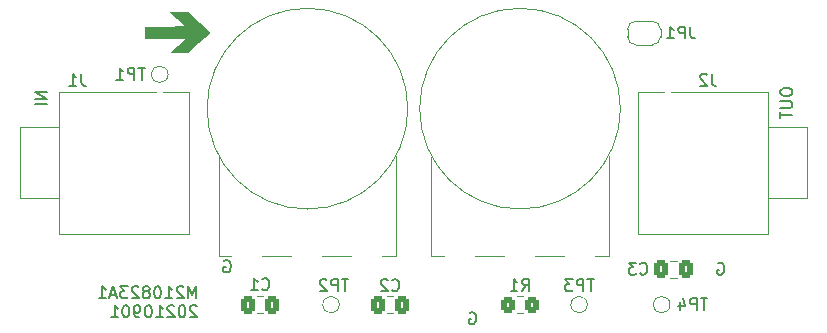
<source format=gbo>
%TF.GenerationSoftware,KiCad,Pcbnew,(5.99.0-12157-g5a28a06597)*%
%TF.CreationDate,2021-09-01T12:46:34+08:00*%
%TF.ProjectId,CW-PHONE-BAND-PASS,43572d50-484f-44e4-952d-42414e442d50,rev?*%
%TF.SameCoordinates,PX5a995c0PY6422c40*%
%TF.FileFunction,Legend,Bot*%
%TF.FilePolarity,Positive*%
%FSLAX46Y46*%
G04 Gerber Fmt 4.6, Leading zero omitted, Abs format (unit mm)*
G04 Created by KiCad (PCBNEW (5.99.0-12157-g5a28a06597)) date 2021-09-01 12:46:34*
%MOMM*%
%LPD*%
G01*
G04 APERTURE LIST*
G04 Aperture macros list*
%AMRoundRect*
0 Rectangle with rounded corners*
0 $1 Rounding radius*
0 $2 $3 $4 $5 $6 $7 $8 $9 X,Y pos of 4 corners*
0 Add a 4 corners polygon primitive as box body*
4,1,4,$2,$3,$4,$5,$6,$7,$8,$9,$2,$3,0*
0 Add four circle primitives for the rounded corners*
1,1,$1+$1,$2,$3*
1,1,$1+$1,$4,$5*
1,1,$1+$1,$6,$7*
1,1,$1+$1,$8,$9*
0 Add four rect primitives between the rounded corners*
20,1,$1+$1,$2,$3,$4,$5,0*
20,1,$1+$1,$4,$5,$6,$7,0*
20,1,$1+$1,$6,$7,$8,$9,0*
20,1,$1+$1,$8,$9,$2,$3,0*%
%AMFreePoly0*
4,1,22,0.500000,-0.750000,0.000000,-0.750000,0.000000,-0.745033,-0.079941,-0.743568,-0.215256,-0.701293,-0.333266,-0.622738,-0.424486,-0.514219,-0.481581,-0.384460,-0.499164,-0.250000,-0.500000,-0.250000,-0.500000,0.250000,-0.499164,0.250000,-0.499963,0.256109,-0.478152,0.396186,-0.417904,0.524511,-0.324060,0.630769,-0.204165,0.706417,-0.067858,0.745374,0.000000,0.744959,0.000000,0.750000,
0.500000,0.750000,0.500000,-0.750000,0.500000,-0.750000,$1*%
%AMFreePoly1*
4,1,20,0.000000,0.744959,0.073905,0.744508,0.209726,0.703889,0.328688,0.626782,0.421226,0.519385,0.479903,0.390333,0.500000,0.250000,0.500000,-0.250000,0.499851,-0.262216,0.476331,-0.402017,0.414519,-0.529596,0.319384,-0.634700,0.198574,-0.708877,0.061801,-0.746166,0.000000,-0.745033,0.000000,-0.750000,-0.500000,-0.750000,-0.500000,0.750000,0.000000,0.750000,0.000000,0.744959,
0.000000,0.744959,$1*%
G04 Aperture macros list end*
%ADD10C,0.150000*%
%ADD11C,0.120000*%
%ADD12C,2.700000*%
%ADD13C,2.500000*%
%ADD14RoundRect,0.250000X0.337500X0.475000X-0.337500X0.475000X-0.337500X-0.475000X0.337500X-0.475000X0*%
%ADD15O,2.200000X2.000000*%
%ADD16C,2.200000*%
%ADD17C,1.000000*%
%ADD18RoundRect,0.250000X-0.337500X-0.475000X0.337500X-0.475000X0.337500X0.475000X-0.337500X0.475000X0*%
%ADD19RoundRect,0.250000X0.350000X0.450000X-0.350000X0.450000X-0.350000X-0.450000X0.350000X-0.450000X0*%
%ADD20FreePoly0,0.000000*%
%ADD21FreePoly1,0.000000*%
G04 APERTURE END LIST*
D10*
X19595238Y7547620D02*
X19595238Y8547620D01*
X19261904Y7833334D01*
X18928571Y8547620D01*
X18928571Y7547620D01*
X18500000Y8452381D02*
X18452380Y8500000D01*
X18357142Y8547620D01*
X18119047Y8547620D01*
X18023809Y8500000D01*
X17976190Y8452381D01*
X17928571Y8357143D01*
X17928571Y8261905D01*
X17976190Y8119048D01*
X18547619Y7547620D01*
X17928571Y7547620D01*
X16976190Y7547620D02*
X17547619Y7547620D01*
X17261904Y7547620D02*
X17261904Y8547620D01*
X17357142Y8404762D01*
X17452380Y8309524D01*
X17547619Y8261905D01*
X16357142Y8547620D02*
X16261904Y8547620D01*
X16166666Y8500000D01*
X16119047Y8452381D01*
X16071428Y8357143D01*
X16023809Y8166667D01*
X16023809Y7928572D01*
X16071428Y7738096D01*
X16119047Y7642858D01*
X16166666Y7595239D01*
X16261904Y7547620D01*
X16357142Y7547620D01*
X16452380Y7595239D01*
X16500000Y7642858D01*
X16547619Y7738096D01*
X16595238Y7928572D01*
X16595238Y8166667D01*
X16547619Y8357143D01*
X16500000Y8452381D01*
X16452380Y8500000D01*
X16357142Y8547620D01*
X15452380Y8119048D02*
X15547619Y8166667D01*
X15595238Y8214286D01*
X15642857Y8309524D01*
X15642857Y8357143D01*
X15595238Y8452381D01*
X15547619Y8500000D01*
X15452380Y8547620D01*
X15261904Y8547620D01*
X15166666Y8500000D01*
X15119047Y8452381D01*
X15071428Y8357143D01*
X15071428Y8309524D01*
X15119047Y8214286D01*
X15166666Y8166667D01*
X15261904Y8119048D01*
X15452380Y8119048D01*
X15547619Y8071429D01*
X15595238Y8023810D01*
X15642857Y7928572D01*
X15642857Y7738096D01*
X15595238Y7642858D01*
X15547619Y7595239D01*
X15452380Y7547620D01*
X15261904Y7547620D01*
X15166666Y7595239D01*
X15119047Y7642858D01*
X15071428Y7738096D01*
X15071428Y7928572D01*
X15119047Y8023810D01*
X15166666Y8071429D01*
X15261904Y8119048D01*
X14690476Y8452381D02*
X14642857Y8500000D01*
X14547619Y8547620D01*
X14309523Y8547620D01*
X14214285Y8500000D01*
X14166666Y8452381D01*
X14119047Y8357143D01*
X14119047Y8261905D01*
X14166666Y8119048D01*
X14738095Y7547620D01*
X14119047Y7547620D01*
X13785714Y8547620D02*
X13166666Y8547620D01*
X13500000Y8166667D01*
X13357142Y8166667D01*
X13261904Y8119048D01*
X13214285Y8071429D01*
X13166666Y7976191D01*
X13166666Y7738096D01*
X13214285Y7642858D01*
X13261904Y7595239D01*
X13357142Y7547620D01*
X13642857Y7547620D01*
X13738095Y7595239D01*
X13785714Y7642858D01*
X12785714Y7833334D02*
X12309523Y7833334D01*
X12880952Y7547620D02*
X12547619Y8547620D01*
X12214285Y7547620D01*
X11357142Y7547620D02*
X11928571Y7547620D01*
X11642857Y7547620D02*
X11642857Y8547620D01*
X11738095Y8404762D01*
X11833333Y8309524D01*
X11928571Y8261905D01*
X21938095Y10700000D02*
X22033333Y10747620D01*
X22176190Y10747620D01*
X22319047Y10700000D01*
X22414285Y10604762D01*
X22461904Y10509524D01*
X22509523Y10319048D01*
X22509523Y10176191D01*
X22461904Y9985715D01*
X22414285Y9890477D01*
X22319047Y9795239D01*
X22176190Y9747620D01*
X22080952Y9747620D01*
X21938095Y9795239D01*
X21890476Y9842858D01*
X21890476Y10176191D01*
X22080952Y10176191D01*
X69052380Y25100000D02*
X69052380Y24909524D01*
X69100000Y24814286D01*
X69195238Y24719048D01*
X69385714Y24671429D01*
X69719047Y24671429D01*
X69909523Y24719048D01*
X70004761Y24814286D01*
X70052380Y24909524D01*
X70052380Y25100000D01*
X70004761Y25195239D01*
X69909523Y25290477D01*
X69719047Y25338096D01*
X69385714Y25338096D01*
X69195238Y25290477D01*
X69100000Y25195239D01*
X69052380Y25100000D01*
X69052380Y24242858D02*
X69861904Y24242858D01*
X69957142Y24195239D01*
X70004761Y24147620D01*
X70052380Y24052381D01*
X70052380Y23861905D01*
X70004761Y23766667D01*
X69957142Y23719048D01*
X69861904Y23671429D01*
X69052380Y23671429D01*
X69052380Y23338096D02*
X69052380Y22766667D01*
X70052380Y23052381D02*
X69052380Y23052381D01*
X5947619Y23976191D02*
X6947619Y23976191D01*
X5947619Y24452381D02*
X6947619Y24452381D01*
X5947619Y25023810D01*
X6947619Y25023810D01*
X42738095Y6300000D02*
X42833333Y6347620D01*
X42976190Y6347620D01*
X43119047Y6300000D01*
X43214285Y6204762D01*
X43261904Y6109524D01*
X43309523Y5919048D01*
X43309523Y5776191D01*
X43261904Y5585715D01*
X43214285Y5490477D01*
X43119047Y5395239D01*
X42976190Y5347620D01*
X42880952Y5347620D01*
X42738095Y5395239D01*
X42690476Y5442858D01*
X42690476Y5776191D01*
X42880952Y5776191D01*
X19619047Y6852381D02*
X19571428Y6900000D01*
X19476190Y6947620D01*
X19238095Y6947620D01*
X19142857Y6900000D01*
X19095238Y6852381D01*
X19047619Y6757143D01*
X19047619Y6661905D01*
X19095238Y6519048D01*
X19666666Y5947620D01*
X19047619Y5947620D01*
X18428571Y6947620D02*
X18333333Y6947620D01*
X18238095Y6900000D01*
X18190476Y6852381D01*
X18142857Y6757143D01*
X18095238Y6566667D01*
X18095238Y6328572D01*
X18142857Y6138096D01*
X18190476Y6042858D01*
X18238095Y5995239D01*
X18333333Y5947620D01*
X18428571Y5947620D01*
X18523809Y5995239D01*
X18571428Y6042858D01*
X18619047Y6138096D01*
X18666666Y6328572D01*
X18666666Y6566667D01*
X18619047Y6757143D01*
X18571428Y6852381D01*
X18523809Y6900000D01*
X18428571Y6947620D01*
X17714285Y6852381D02*
X17666666Y6900000D01*
X17571428Y6947620D01*
X17333333Y6947620D01*
X17238095Y6900000D01*
X17190476Y6852381D01*
X17142857Y6757143D01*
X17142857Y6661905D01*
X17190476Y6519048D01*
X17761904Y5947620D01*
X17142857Y5947620D01*
X16190476Y5947620D02*
X16761904Y5947620D01*
X16476190Y5947620D02*
X16476190Y6947620D01*
X16571428Y6804762D01*
X16666666Y6709524D01*
X16761904Y6661905D01*
X15571428Y6947620D02*
X15476190Y6947620D01*
X15380952Y6900000D01*
X15333333Y6852381D01*
X15285714Y6757143D01*
X15238095Y6566667D01*
X15238095Y6328572D01*
X15285714Y6138096D01*
X15333333Y6042858D01*
X15380952Y5995239D01*
X15476190Y5947620D01*
X15571428Y5947620D01*
X15666666Y5995239D01*
X15714285Y6042858D01*
X15761904Y6138096D01*
X15809523Y6328572D01*
X15809523Y6566667D01*
X15761904Y6757143D01*
X15714285Y6852381D01*
X15666666Y6900000D01*
X15571428Y6947620D01*
X14761904Y5947620D02*
X14571428Y5947620D01*
X14476190Y5995239D01*
X14428571Y6042858D01*
X14333333Y6185715D01*
X14285714Y6376191D01*
X14285714Y6757143D01*
X14333333Y6852381D01*
X14380952Y6900000D01*
X14476190Y6947620D01*
X14666666Y6947620D01*
X14761904Y6900000D01*
X14809523Y6852381D01*
X14857142Y6757143D01*
X14857142Y6519048D01*
X14809523Y6423810D01*
X14761904Y6376191D01*
X14666666Y6328572D01*
X14476190Y6328572D01*
X14380952Y6376191D01*
X14333333Y6423810D01*
X14285714Y6519048D01*
X13666666Y6947620D02*
X13571428Y6947620D01*
X13476190Y6900000D01*
X13428571Y6852381D01*
X13380952Y6757143D01*
X13333333Y6566667D01*
X13333333Y6328572D01*
X13380952Y6138096D01*
X13428571Y6042858D01*
X13476190Y5995239D01*
X13571428Y5947620D01*
X13666666Y5947620D01*
X13761904Y5995239D01*
X13809523Y6042858D01*
X13857142Y6138096D01*
X13904761Y6328572D01*
X13904761Y6566667D01*
X13857142Y6757143D01*
X13809523Y6852381D01*
X13761904Y6900000D01*
X13666666Y6947620D01*
X12380952Y5947620D02*
X12952380Y5947620D01*
X12666666Y5947620D02*
X12666666Y6947620D01*
X12761904Y6804762D01*
X12857142Y6709524D01*
X12952380Y6661905D01*
X63738095Y10500000D02*
X63833333Y10547620D01*
X63976190Y10547620D01*
X64119047Y10500000D01*
X64214285Y10404762D01*
X64261904Y10309524D01*
X64309523Y10119048D01*
X64309523Y9976191D01*
X64261904Y9785715D01*
X64214285Y9690477D01*
X64119047Y9595239D01*
X63976190Y9547620D01*
X63880952Y9547620D01*
X63738095Y9595239D01*
X63690476Y9642858D01*
X63690476Y9976191D01*
X63880952Y9976191D01*
%TO.C,C1*%
X25166666Y8322858D02*
X25214285Y8275239D01*
X25357142Y8227620D01*
X25452380Y8227620D01*
X25595238Y8275239D01*
X25690476Y8370477D01*
X25738095Y8465715D01*
X25785714Y8656191D01*
X25785714Y8799048D01*
X25738095Y8989524D01*
X25690476Y9084762D01*
X25595238Y9180000D01*
X25452380Y9227620D01*
X25357142Y9227620D01*
X25214285Y9180000D01*
X25166666Y9132381D01*
X24214285Y8227620D02*
X24785714Y8227620D01*
X24500000Y8227620D02*
X24500000Y9227620D01*
X24595238Y9084762D01*
X24690476Y8989524D01*
X24785714Y8941905D01*
%TO.C,J1*%
X9833333Y26547620D02*
X9833333Y25833334D01*
X9880952Y25690477D01*
X9976190Y25595239D01*
X10119047Y25547620D01*
X10214285Y25547620D01*
X8833333Y25547620D02*
X9404761Y25547620D01*
X9119047Y25547620D02*
X9119047Y26547620D01*
X9214285Y26404762D01*
X9309523Y26309524D01*
X9404761Y26261905D01*
%TO.C,TP3*%
X53261904Y9147620D02*
X52690476Y9147620D01*
X52976190Y8147620D02*
X52976190Y9147620D01*
X52357142Y8147620D02*
X52357142Y9147620D01*
X51976190Y9147620D01*
X51880952Y9100000D01*
X51833333Y9052381D01*
X51785714Y8957143D01*
X51785714Y8814286D01*
X51833333Y8719048D01*
X51880952Y8671429D01*
X51976190Y8623810D01*
X52357142Y8623810D01*
X51452380Y9147620D02*
X50833333Y9147620D01*
X51166666Y8766667D01*
X51023809Y8766667D01*
X50928571Y8719048D01*
X50880952Y8671429D01*
X50833333Y8576191D01*
X50833333Y8338096D01*
X50880952Y8242858D01*
X50928571Y8195239D01*
X51023809Y8147620D01*
X51309523Y8147620D01*
X51404761Y8195239D01*
X51452380Y8242858D01*
%TO.C,C2*%
X36166666Y8242858D02*
X36214285Y8195239D01*
X36357142Y8147620D01*
X36452380Y8147620D01*
X36595238Y8195239D01*
X36690476Y8290477D01*
X36738095Y8385715D01*
X36785714Y8576191D01*
X36785714Y8719048D01*
X36738095Y8909524D01*
X36690476Y9004762D01*
X36595238Y9100000D01*
X36452380Y9147620D01*
X36357142Y9147620D01*
X36214285Y9100000D01*
X36166666Y9052381D01*
X35785714Y9052381D02*
X35738095Y9100000D01*
X35642857Y9147620D01*
X35404761Y9147620D01*
X35309523Y9100000D01*
X35261904Y9052381D01*
X35214285Y8957143D01*
X35214285Y8861905D01*
X35261904Y8719048D01*
X35833333Y8147620D01*
X35214285Y8147620D01*
%TO.C,TP1*%
X15261904Y27047620D02*
X14690476Y27047620D01*
X14976190Y26047620D02*
X14976190Y27047620D01*
X14357142Y26047620D02*
X14357142Y27047620D01*
X13976190Y27047620D01*
X13880952Y27000000D01*
X13833333Y26952381D01*
X13785714Y26857143D01*
X13785714Y26714286D01*
X13833333Y26619048D01*
X13880952Y26571429D01*
X13976190Y26523810D01*
X14357142Y26523810D01*
X12833333Y26047620D02*
X13404761Y26047620D01*
X13119047Y26047620D02*
X13119047Y27047620D01*
X13214285Y26904762D01*
X13309523Y26809524D01*
X13404761Y26761905D01*
%TO.C,C3*%
X57166666Y9642858D02*
X57214285Y9595239D01*
X57357142Y9547620D01*
X57452380Y9547620D01*
X57595238Y9595239D01*
X57690476Y9690477D01*
X57738095Y9785715D01*
X57785714Y9976191D01*
X57785714Y10119048D01*
X57738095Y10309524D01*
X57690476Y10404762D01*
X57595238Y10500000D01*
X57452380Y10547620D01*
X57357142Y10547620D01*
X57214285Y10500000D01*
X57166666Y10452381D01*
X56833333Y10547620D02*
X56214285Y10547620D01*
X56547619Y10166667D01*
X56404761Y10166667D01*
X56309523Y10119048D01*
X56261904Y10071429D01*
X56214285Y9976191D01*
X56214285Y9738096D01*
X56261904Y9642858D01*
X56309523Y9595239D01*
X56404761Y9547620D01*
X56690476Y9547620D01*
X56785714Y9595239D01*
X56833333Y9642858D01*
%TO.C,TP2*%
X32461904Y9147620D02*
X31890476Y9147620D01*
X32176190Y8147620D02*
X32176190Y9147620D01*
X31557142Y8147620D02*
X31557142Y9147620D01*
X31176190Y9147620D01*
X31080952Y9100000D01*
X31033333Y9052381D01*
X30985714Y8957143D01*
X30985714Y8814286D01*
X31033333Y8719048D01*
X31080952Y8671429D01*
X31176190Y8623810D01*
X31557142Y8623810D01*
X30604761Y9052381D02*
X30557142Y9100000D01*
X30461904Y9147620D01*
X30223809Y9147620D01*
X30128571Y9100000D01*
X30080952Y9052381D01*
X30033333Y8957143D01*
X30033333Y8861905D01*
X30080952Y8719048D01*
X30652380Y8147620D01*
X30033333Y8147620D01*
%TO.C,R1*%
X47166666Y8197620D02*
X47500000Y8673810D01*
X47738095Y8197620D02*
X47738095Y9197620D01*
X47357142Y9197620D01*
X47261904Y9150000D01*
X47214285Y9102381D01*
X47166666Y9007143D01*
X47166666Y8864286D01*
X47214285Y8769048D01*
X47261904Y8721429D01*
X47357142Y8673810D01*
X47738095Y8673810D01*
X46214285Y8197620D02*
X46785714Y8197620D01*
X46500000Y8197620D02*
X46500000Y9197620D01*
X46595238Y9054762D01*
X46690476Y8959524D01*
X46785714Y8911905D01*
%TO.C,JP1*%
X61433333Y30547620D02*
X61433333Y29833334D01*
X61480952Y29690477D01*
X61576190Y29595239D01*
X61719047Y29547620D01*
X61814285Y29547620D01*
X60957142Y29547620D02*
X60957142Y30547620D01*
X60576190Y30547620D01*
X60480952Y30500000D01*
X60433333Y30452381D01*
X60385714Y30357143D01*
X60385714Y30214286D01*
X60433333Y30119048D01*
X60480952Y30071429D01*
X60576190Y30023810D01*
X60957142Y30023810D01*
X59433333Y29547620D02*
X60004761Y29547620D01*
X59719047Y29547620D02*
X59719047Y30547620D01*
X59814285Y30404762D01*
X59909523Y30309524D01*
X60004761Y30261905D01*
%TO.C,TP4*%
X62861904Y7547620D02*
X62290476Y7547620D01*
X62576190Y6547620D02*
X62576190Y7547620D01*
X61957142Y6547620D02*
X61957142Y7547620D01*
X61576190Y7547620D01*
X61480952Y7500000D01*
X61433333Y7452381D01*
X61385714Y7357143D01*
X61385714Y7214286D01*
X61433333Y7119048D01*
X61480952Y7071429D01*
X61576190Y7023810D01*
X61957142Y7023810D01*
X60528571Y7214286D02*
X60528571Y6547620D01*
X60766666Y7595239D02*
X61004761Y6880953D01*
X60385714Y6880953D01*
%TO.C,J2*%
X63233333Y26547620D02*
X63233333Y25833334D01*
X63280952Y25690477D01*
X63376190Y25595239D01*
X63519047Y25547620D01*
X63614285Y25547620D01*
X62804761Y26452381D02*
X62757142Y26500000D01*
X62661904Y26547620D01*
X62423809Y26547620D01*
X62328571Y26500000D01*
X62280952Y26452381D01*
X62233333Y26357143D01*
X62233333Y26261905D01*
X62280952Y26119048D01*
X62852380Y25547620D01*
X62233333Y25547620D01*
%TO.C,G\u002A\u002A\u002A*%
G36*
X20838051Y30013873D02*
G01*
X19855217Y29141297D01*
X18872384Y28268721D01*
X18104166Y28268721D01*
X17988890Y28268825D01*
X17812625Y28269414D01*
X17655898Y28270465D01*
X17524288Y28271910D01*
X17423374Y28273682D01*
X17358734Y28275715D01*
X17335948Y28277941D01*
X17342437Y28284908D01*
X17378501Y28319344D01*
X17442010Y28378609D01*
X17528203Y28458350D01*
X17632322Y28554219D01*
X17749606Y28661863D01*
X17875296Y28776933D01*
X18004632Y28895076D01*
X18132855Y29011944D01*
X18255203Y29123184D01*
X18366919Y29224445D01*
X18463241Y29311378D01*
X18539410Y29379632D01*
X18590667Y29424854D01*
X18652194Y29478187D01*
X15225210Y29478245D01*
X15225210Y30000000D01*
X15225262Y30069030D01*
X15225734Y30214354D01*
X15226635Y30339707D01*
X15227888Y30438225D01*
X15229415Y30503042D01*
X15231139Y30527292D01*
X15248284Y30528175D01*
X15309242Y30529478D01*
X15410707Y30531016D01*
X15548915Y30532751D01*
X15720099Y30534642D01*
X15920495Y30536651D01*
X16146335Y30538739D01*
X16393856Y30540865D01*
X16659291Y30542992D01*
X16938874Y30545079D01*
X18640679Y30557330D01*
X17989450Y31148408D01*
X17978566Y31158292D01*
X17832240Y31292010D01*
X17698449Y31415809D01*
X17580988Y31526063D01*
X17483652Y31619145D01*
X17410236Y31691429D01*
X17364534Y31739289D01*
X17350342Y31759099D01*
X17357843Y31761577D01*
X17405463Y31766189D01*
X17491805Y31770298D01*
X17611086Y31773755D01*
X17757522Y31776409D01*
X17925330Y31778111D01*
X18108727Y31778711D01*
X18854991Y31778711D01*
X20838051Y30013873D01*
G37*
D11*
%TO.C,RV2*%
X39500000Y11095000D02*
X54500000Y11095000D01*
X54500000Y11095000D02*
X54500000Y19604000D01*
X39500000Y11095000D02*
X39500000Y19477000D01*
X55500000Y23595000D02*
G75*
G03*
X55500000Y23595000I-8500000J0D01*
G01*
%TO.C,RV1*%
X21500000Y11095000D02*
X36500000Y11095000D01*
X36500000Y11095000D02*
X36500000Y19604000D01*
X21500000Y11095000D02*
X21500000Y19477000D01*
X37500000Y23595000D02*
G75*
G03*
X37500000Y23595000I-8500000J0D01*
G01*
%TO.C,C1*%
X25261252Y7735000D02*
X24738748Y7735000D01*
X25261252Y6265000D02*
X24738748Y6265000D01*
%TO.C,J1*%
X8000000Y13000000D02*
X19000000Y13000000D01*
X8000000Y13000000D02*
X8000000Y25000000D01*
X4700000Y16000000D02*
X8000000Y16000000D01*
X4700000Y22000000D02*
X8000000Y22000000D01*
X19000000Y13000000D02*
X19000000Y25000000D01*
X4700000Y16000000D02*
X4700000Y22000000D01*
X8000000Y25000000D02*
X19000000Y25000000D01*
%TO.C,TP3*%
X52700000Y7000000D02*
G75*
G03*
X52700000Y7000000I-700000J0D01*
G01*
%TO.C,C2*%
X35738748Y6265000D02*
X36261252Y6265000D01*
X35738748Y7735000D02*
X36261252Y7735000D01*
%TO.C,TP1*%
X17200000Y26500000D02*
G75*
G03*
X17200000Y26500000I-700000J0D01*
G01*
%TO.C,C3*%
X60261252Y10735000D02*
X59738748Y10735000D01*
X60261252Y9265000D02*
X59738748Y9265000D01*
%TO.C,TP2*%
X31700000Y7000000D02*
G75*
G03*
X31700000Y7000000I-700000J0D01*
G01*
%TO.C,R1*%
X47227064Y7735000D02*
X46772936Y7735000D01*
X47227064Y6265000D02*
X46772936Y6265000D01*
%TO.C,JP1*%
X58200000Y29000000D02*
G75*
G03*
X58900000Y29700000I0J700000D01*
G01*
X58900000Y30300000D02*
G75*
G03*
X58200000Y31000000I-700000J0D01*
G01*
X56800000Y31000000D02*
G75*
G03*
X56100000Y30300000I0J-700000D01*
G01*
X56100000Y29700000D02*
G75*
G03*
X56800000Y29000000I700000J0D01*
G01*
X56100000Y30300000D02*
X56100000Y29700000D01*
X58200000Y31000000D02*
X56800000Y31000000D01*
X58900000Y29700000D02*
X58900000Y30300000D01*
X56800000Y29000000D02*
X58200000Y29000000D01*
%TO.C,TP4*%
X59700000Y7000000D02*
G75*
G03*
X59700000Y7000000I-700000J0D01*
G01*
%TO.C,J2*%
X68000000Y25000000D02*
X57000000Y25000000D01*
X68000000Y25000000D02*
X68000000Y13000000D01*
X71300000Y22000000D02*
X68000000Y22000000D01*
X71300000Y16000000D02*
X68000000Y16000000D01*
X57000000Y25000000D02*
X57000000Y13000000D01*
X71300000Y22000000D02*
X71300000Y16000000D01*
X68000000Y13000000D02*
X57000000Y13000000D01*
%TD*%
%LPC*%
D12*
%TO.C,H1*%
X68000000Y8000000D03*
%TD*%
D13*
%TO.C,RV2*%
X41920000Y11095000D03*
X47000000Y11095000D03*
X52080000Y11095000D03*
%TD*%
%TO.C,RV1*%
X23920000Y11095000D03*
X29000000Y11095000D03*
X34080000Y11095000D03*
%TD*%
D12*
%TO.C,H3*%
X8000000Y30000000D03*
%TD*%
%TO.C,H4*%
X68000000Y30000000D03*
%TD*%
%TO.C,H2*%
X8000000Y8000000D03*
%TD*%
D14*
%TO.C,C1*%
X26037500Y7000000D03*
X23962500Y7000000D03*
%TD*%
D15*
%TO.C,J1*%
X16500000Y14000000D03*
X16500000Y16500000D03*
D16*
X11500000Y19000000D03*
D15*
X16500000Y24000000D03*
X16500000Y21500000D03*
%TD*%
D17*
%TO.C,TP3*%
X52000000Y7000000D03*
%TD*%
D18*
%TO.C,C2*%
X34962500Y7000000D03*
X37037500Y7000000D03*
%TD*%
D17*
%TO.C,TP1*%
X16500000Y26500000D03*
%TD*%
D14*
%TO.C,C3*%
X61037500Y10000000D03*
X58962500Y10000000D03*
%TD*%
D17*
%TO.C,TP2*%
X31000000Y7000000D03*
%TD*%
D19*
%TO.C,R1*%
X48000000Y7000000D03*
X46000000Y7000000D03*
%TD*%
D20*
%TO.C,JP1*%
X56850000Y30000000D03*
D21*
X58150000Y30000000D03*
%TD*%
D17*
%TO.C,TP4*%
X59000000Y7000000D03*
%TD*%
D15*
%TO.C,J2*%
X59500000Y24000000D03*
X59500000Y21500000D03*
D16*
X64500000Y19000000D03*
D15*
X59500000Y14000000D03*
X59500000Y16500000D03*
%TD*%
M02*

</source>
